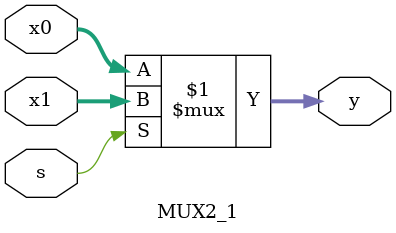
<source format=v>
module MUX2_1
# (parameter Bitwidth = 8)
(
	input [Bitwidth-1:0]x0,x1,
	input s,
	output [Bitwidth-1:0]y
);
	assign y=s?x1:x0;

endmodule

//MUX2_1 #(.Bitwidth( )) NAME (.x0() ,.x1() ,.s() ,.y());

</source>
